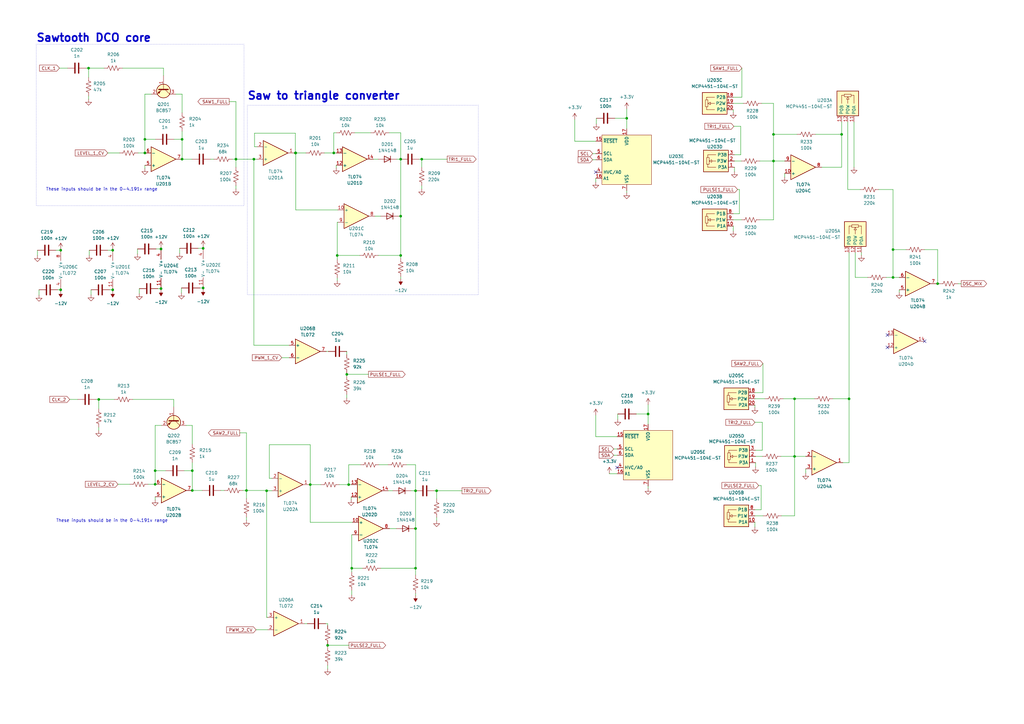
<source format=kicad_sch>
(kicad_sch (version 20230121) (generator eeschema)
  (paper "A3")
  (junction (at 96.774 65.278))
  (junction (at 40.513 163.83))
  (junction (at 384.556 116.332))
  (junction (at 170.434 216.789))
  (junction (at 78.867 201.168))
  (junction (at 59.436 62.738))
  (junction (at 134.366 264.668))
  (junction (at 74.676 65.278))
  (junction (at 78.867 193.04))
  (junction (at 265.811 169.799))
  (junction (at 83.312 118.11))
  (junction (at 66.04 118.364))
  (junction (at 46.228 102.616))
  (junction (at 63.627 193.04))
  (junction (at 36.322 27.94))
  (junction (at 109.347 201.295))
  (junction (at 164.338 88.646))
  (junction (at 83.312 101.854))
  (junction (at 136.906 62.738))
  (junction (at 170.434 233.045))
  (junction (at 325.882 163.576))
  (junction (at 101.092 201.168))
  (junction (at 24.892 102.616))
  (junction (at 121.158 62.738))
  (junction (at 63.627 198.628))
  (junction (at 257.048 48.514))
  (junction (at 46.228 118.872))
  (junction (at 170.434 201.295))
  (junction (at 143.002 198.755))
  (junction (at 104.14 65.278))
  (junction (at 345.186 55.118))
  (junction (at 138.303 104.775))
  (junction (at 127.254 198.755))
  (junction (at 366.268 113.792))
  (junction (at 172.974 65.278))
  (junction (at 317.246 55.118))
  (junction (at 164.338 65.278))
  (junction (at 59.436 57.15))
  (junction (at 317.246 66.04))
  (junction (at 366.268 102.362))
  (junction (at 24.892 118.872))
  (junction (at 74.676 57.15))
  (junction (at 66.04 102.108))
  (junction (at 179.07 201.295))
  (junction (at 142.24 153.543))
  (junction (at 121.285 62.738))
  (junction (at 348.234 163.576))
  (junction (at 164.338 104.775))
  (junction (at 325.882 187.198))
  (junction (at 144.272 233.045))
  (no_connect (at 363.982 137.414))
  (no_connect (at 253.111 191.77))
  (no_connect (at 379.222 139.954))
  (no_connect (at 363.982 142.494))
  (no_connect (at 244.348 70.612))
  (wire (pts (xy 105.41 60.198) (xy 104.394 60.198)))
  (wire (pts (xy 121.285 62.738) (xy 121.158 62.738)))
  (wire (pts (xy 134.366 272.923) (xy 134.366 274.32)))
  (wire (pts (xy 172.974 76.2) (xy 172.974 77.47)))
  (wire (pts (xy 101.092 201.168) (xy 101.092 204.47)))
  (wire (pts (xy 179.07 201.295) (xy 189.484 201.295)))
  (wire (pts (xy 172.974 65.278) (xy 183.388 65.278)))
  (wire (pts (xy 133.858 144.145) (xy 134.62 144.145)))
  (wire (pts (xy 347.726 77.724) (xy 347.726 50.038)))
  (wire (pts (xy 63.754 57.15) (xy 59.436 57.15)))
  (wire (pts (xy 300.736 92.71) (xy 300.736 94.742)))
  (wire (pts (xy 244.602 48.514) (xy 244.602 50.8)))
  (wire (pts (xy 143.002 198.755) (xy 144.018 198.755)))
  (wire (pts (xy 321.31 163.576) (xy 325.882 163.576)))
  (wire (pts (xy 392.938 116.332) (xy 394.208 116.332)))
  (wire (pts (xy 44.196 62.738) (xy 49.022 62.738)))
  (wire (pts (xy 312.674 173.228) (xy 312.674 184.658)))
  (wire (pts (xy 257.048 78.232) (xy 257.048 78.994)))
  (wire (pts (xy 67.945 193.04) (xy 63.627 193.04)))
  (wire (pts (xy 110.49 182.372) (xy 110.49 196.215)))
  (wire (pts (xy 37.338 118.872) (xy 37.338 120.904)))
  (wire (pts (xy 142.24 161.925) (xy 142.24 163.195)))
  (wire (pts (xy 170.434 233.045) (xy 170.561 233.045)))
  (wire (pts (xy 147.828 190.627) (xy 143.002 190.627)))
  (wire (pts (xy 136.906 62.738) (xy 137.922 62.738)))
  (wire (pts (xy 71.247 163.83) (xy 71.247 166.878)))
  (wire (pts (xy 83.312 118.11) (xy 83.312 118.618)))
  (wire (pts (xy 82.042 118.11) (xy 83.312 118.11)))
  (wire (pts (xy 109.347 201.295) (xy 111.506 201.295)))
  (wire (pts (xy 352.806 77.724) (xy 347.726 77.724)))
  (wire (pts (xy 320.548 211.582) (xy 325.882 211.582)))
  (wire (pts (xy 22.987 102.616) (xy 24.892 102.616)))
  (wire (pts (xy 127.254 198.755) (xy 131.572 198.755)))
  (wire (pts (xy 249.936 194.183) (xy 249.936 194.31)))
  (wire (pts (xy 379.222 102.362) (xy 384.556 102.362)))
  (wire (pts (xy 101.092 177.546) (xy 101.092 201.168)))
  (wire (pts (xy 138.303 104.775) (xy 138.303 106.426)))
  (wire (pts (xy 334.518 55.118) (xy 345.186 55.118)))
  (wire (pts (xy 159.639 54.483) (xy 164.338 54.483)))
  (wire (pts (xy 78.867 201.168) (xy 82.931 201.168)))
  (wire (pts (xy 74.676 57.15) (xy 74.676 65.278)))
  (wire (pts (xy 40.513 175.26) (xy 40.513 176.53)))
  (wire (pts (xy 309.88 189.738) (xy 309.88 191.516)))
  (wire (pts (xy 86.36 65.278) (xy 87.63 65.278)))
  (wire (pts (xy 60.833 198.628) (xy 63.627 198.628)))
  (wire (pts (xy 311.658 90.17) (xy 317.246 90.17)))
  (wire (pts (xy 133.604 255.778) (xy 134.366 255.778)))
  (wire (pts (xy 76.327 174.498) (xy 78.867 174.498)))
  (wire (pts (xy 81.28 101.854) (xy 83.312 101.854)))
  (wire (pts (xy 15.367 102.616) (xy 15.367 104.775)))
  (wire (pts (xy 36.322 27.94) (xy 42.672 27.94)))
  (wire (pts (xy 164.338 113.538) (xy 164.338 114.3)))
  (wire (pts (xy 309.626 211.582) (xy 312.928 211.582)))
  (wire (pts (xy 309.626 166.116) (xy 309.626 167.132)))
  (wire (pts (xy 57.15 118.364) (xy 57.15 120.396)))
  (wire (pts (xy 311.15 199.136) (xy 312.166 199.136)))
  (wire (pts (xy 46.228 102.108) (xy 46.228 102.616)))
  (wire (pts (xy 301.244 68.58) (xy 301.244 70.358)))
  (wire (pts (xy 142.24 144.145) (xy 142.24 145.415)))
  (wire (pts (xy 96.774 65.278) (xy 104.14 65.278)))
  (wire (pts (xy 345.186 55.118) (xy 345.186 50.038)))
  (wire (pts (xy 153.162 65.278) (xy 155.067 65.278)))
  (wire (pts (xy 321.818 66.04) (xy 317.246 66.04)))
  (wire (pts (xy 153.797 88.646) (xy 156.083 88.646)))
  (wire (pts (xy 99.568 201.168) (xy 101.092 201.168)))
  (wire (pts (xy 121.158 54.61) (xy 121.158 62.738)))
  (wire (pts (xy 59.436 67.818) (xy 59.436 69.088)))
  (wire (pts (xy 302.514 77.724) (xy 303.276 77.724)))
  (wire (pts (xy 252.222 48.514) (xy 257.048 48.514)))
  (wire (pts (xy 74.676 65.278) (xy 78.74 65.278)))
  (wire (pts (xy 243.078 65.532) (xy 244.348 65.532)))
  (wire (pts (xy 124.968 255.778) (xy 125.984 255.778)))
  (wire (pts (xy 59.436 38.608) (xy 59.436 57.15)))
  (wire (pts (xy 66.04 102.108) (xy 66.04 102.616)))
  (wire (pts (xy 95.25 65.278) (xy 96.774 65.278)))
  (wire (pts (xy 73.66 101.854) (xy 73.66 103.886)))
  (wire (pts (xy 138.303 104.775) (xy 138.303 91.186)))
  (wire (pts (xy 312.42 42.418) (xy 317.246 42.418)))
  (wire (pts (xy 384.556 102.362) (xy 384.556 116.332)))
  (wire (pts (xy 104.14 141.605) (xy 104.14 65.278)))
  (wire (pts (xy 46.228 118.364) (xy 46.228 118.872)))
  (wire (pts (xy 67.056 27.94) (xy 67.056 30.988)))
  (wire (pts (xy 170.561 216.789) (xy 170.561 233.045)))
  (wire (pts (xy 170.561 216.789) (xy 170.434 216.789)))
  (wire (pts (xy 56.388 102.108) (xy 56.388 104.14)))
  (wire (pts (xy 40.513 167.64) (xy 40.513 163.83)))
  (wire (pts (xy 317.246 55.118) (xy 317.246 66.04)))
  (wire (pts (xy 321.818 71.12) (xy 321.818 72.644)))
  (wire (pts (xy 101.092 201.168) (xy 109.347 201.168)))
  (wire (pts (xy 159.258 201.295) (xy 161.036 201.295)))
  (wire (pts (xy 300.736 90.17) (xy 304.038 90.17)))
  (wire (pts (xy 56.642 62.738) (xy 59.436 62.738)))
  (wire (pts (xy 127.254 198.755) (xy 126.746 198.755)))
  (wire (pts (xy 101.092 212.09) (xy 101.092 213.36)))
  (wire (pts (xy 172.974 65.278) (xy 172.974 68.58)))
  (wire (pts (xy 144.272 219.329) (xy 144.526 219.329)))
  (wire (pts (xy 300.736 42.418) (xy 304.8 42.418)))
  (wire (pts (xy 162.687 65.278) (xy 164.338 65.278)))
  (wire (pts (xy 309.626 173.228) (xy 312.674 173.228)))
  (wire (pts (xy 93.98 41.656) (xy 96.774 41.656)))
  (wire (pts (xy 303.784 63.5) (xy 301.244 63.5)))
  (wire (pts (xy 265.811 199.39) (xy 265.811 200.279)))
  (wire (pts (xy 300.736 39.878) (xy 304.292 39.878)))
  (wire (pts (xy 138.303 104.775) (xy 147.574 104.775)))
  (wire (pts (xy 24.892 118.364) (xy 24.892 118.872)))
  (wire (pts (xy 109.347 253.238) (xy 109.728 253.238)))
  (wire (pts (xy 137.922 67.818) (xy 137.922 68.834)))
  (wire (pts (xy 384.556 116.332) (xy 385.318 116.332)))
  (wire (pts (xy 366.268 77.724) (xy 366.268 102.362)))
  (wire (pts (xy 40.513 163.83) (xy 39.497 163.83)))
  (wire (pts (xy 366.268 113.792) (xy 368.808 113.792)))
  (wire (pts (xy 139.192 198.755) (xy 143.002 198.755)))
  (wire (pts (xy 63.627 203.708) (xy 63.627 204.978)))
  (wire (pts (xy 137.922 54.483) (xy 136.906 54.483)))
  (wire (pts (xy 253.365 169.799) (xy 253.365 171.958)))
  (wire (pts (xy 78.867 189.738) (xy 78.867 193.04)))
  (wire (pts (xy 136.906 54.483) (xy 136.906 62.738)))
  (wire (pts (xy 170.434 243.459) (xy 170.434 244.221)))
  (wire (pts (xy 330.454 187.198) (xy 325.882 187.198)))
  (wire (pts (xy 300.736 44.958) (xy 300.736 45.974)))
  (wire (pts (xy 317.246 42.418) (xy 317.246 55.118)))
  (wire (pts (xy 303.276 77.724) (xy 303.276 87.63)))
  (wire (pts (xy 235.712 57.912) (xy 244.348 57.912)))
  (wire (pts (xy 134.366 264.668) (xy 143.129 264.668)))
  (wire (pts (xy 330.454 192.278) (xy 330.454 194.056)))
  (wire (pts (xy 325.882 187.198) (xy 320.294 187.198)))
  (wire (pts (xy 164.338 65.278) (xy 164.338 88.646)))
  (wire (pts (xy 72.136 38.608) (xy 74.676 38.608)))
  (wire (pts (xy 312.166 199.136) (xy 312.166 209.042)))
  (wire (pts (xy 170.434 233.045) (xy 170.434 235.839)))
  (wire (pts (xy 64.77 118.364) (xy 66.04 118.364)))
  (wire (pts (xy 121.158 62.738) (xy 120.65 62.738)))
  (wire (pts (xy 163.703 88.646) (xy 164.338 88.646)))
  (wire (pts (xy 83.312 101.346) (xy 83.312 101.854)))
  (wire (pts (xy 75.565 193.04) (xy 78.867 193.04)))
  (wire (pts (xy 257.048 44.704) (xy 257.048 48.514)))
  (wire (pts (xy 317.246 90.17) (xy 317.246 66.04)))
  (wire (pts (xy 121.285 86.106) (xy 138.557 86.106)))
  (wire (pts (xy 309.626 214.122) (xy 309.626 216.154)))
  (wire (pts (xy 337.058 68.58) (xy 345.186 68.58)))
  (wire (pts (xy 353.314 103.632) (xy 353.314 104.648)))
  (wire (pts (xy 78.867 193.04) (xy 78.867 201.168)))
  (wire (pts (xy 115.57 146.685) (xy 118.618 146.685)))
  (wire (pts (xy 134.366 264.16) (xy 134.366 264.668)))
  (wire (pts (xy 251.714 186.69) (xy 253.111 186.69)))
  (wire (pts (xy 96.774 65.278) (xy 96.774 68.58)))
  (wire (pts (xy 312.674 184.658) (xy 309.88 184.658)))
  (wire (pts (xy 317.246 55.118) (xy 326.898 55.118)))
  (wire (pts (xy 48.387 198.628) (xy 53.213 198.628)))
  (wire (pts (xy 368.808 118.872) (xy 368.808 119.888)))
  (wire (pts (xy 46.228 102.616) (xy 46.228 103.124)))
  (wire (pts (xy 312.928 149.098) (xy 312.928 161.036)))
  (wire (pts (xy 83.312 101.854) (xy 83.312 102.362)))
  (wire (pts (xy 36.322 31.75) (xy 36.322 27.94)))
  (wire (pts (xy 64.008 102.108) (xy 66.04 102.108)))
  (wire (pts (xy 23.622 118.872) (xy 24.892 118.872)))
  (wire (pts (xy 309.88 187.198) (xy 312.674 187.198)))
  (wire (pts (xy 164.338 54.483) (xy 164.338 65.278)))
  (wire (pts (xy 44.196 102.616) (xy 46.228 102.616)))
  (wire (pts (xy 363.474 113.792) (xy 366.268 113.792)))
  (wire (pts (xy 341.63 163.576) (xy 348.234 163.576)))
  (wire (pts (xy 96.774 76.2) (xy 96.774 77.47)))
  (wire (pts (xy 303.276 87.63) (xy 300.736 87.63)))
  (wire (pts (xy 348.234 103.632) (xy 348.234 163.576)))
  (wire (pts (xy 243.078 62.992) (xy 244.348 62.992)))
  (wire (pts (xy 143.002 190.627) (xy 143.002 198.755)))
  (wire (pts (xy 98.298 177.546) (xy 101.092 177.546)))
  (wire (pts (xy 345.694 189.738) (xy 348.234 189.738)))
  (wire (pts (xy 109.347 201.168) (xy 109.347 201.295)))
  (wire (pts (xy 40.513 163.83) (xy 46.863 163.83)))
  (wire (pts (xy 355.854 113.792) (xy 350.774 113.792)))
  (wire (pts (xy 244.348 170.307) (xy 244.348 179.07)))
  (wire (pts (xy 24.384 27.94) (xy 27.686 27.94)))
  (wire (pts (xy 366.268 102.362) (xy 366.268 113.792)))
  (wire (pts (xy 138.303 91.186) (xy 138.557 91.186)))
  (wire (pts (xy 265.811 169.799) (xy 265.811 173.99)))
  (wire (pts (xy 74.422 118.11) (xy 74.422 120.142)))
  (wire (pts (xy 83.312 117.602) (xy 83.312 118.11)))
  (wire (pts (xy 127.254 214.249) (xy 144.526 214.249)))
  (wire (pts (xy 145.542 54.483) (xy 152.019 54.483)))
  (wire (pts (xy 156.21 233.045) (xy 170.434 233.045)))
  (wire (pts (xy 111.506 196.215) (xy 110.49 196.215)))
  (wire (pts (xy 134.366 255.778) (xy 134.366 256.54)))
  (wire (pts (xy 24.892 118.872) (xy 24.892 119.38)))
  (wire (pts (xy 28.575 163.83) (xy 31.877 163.83)))
  (wire (pts (xy 142.24 153.035) (xy 142.24 153.543)))
  (wire (pts (xy 265.811 165.989) (xy 265.811 169.799)))
  (wire (pts (xy 121.285 62.738) (xy 125.476 62.738)))
  (wire (pts (xy 61.976 38.608) (xy 59.436 38.608)))
  (wire (pts (xy 300.99 51.816) (xy 303.784 51.816)))
  (wire (pts (xy 325.882 211.582) (xy 325.882 187.198)))
  (wire (pts (xy 309.626 163.576) (xy 313.69 163.576)))
  (wire (pts (xy 142.24 153.543) (xy 151.13 153.543)))
  (wire (pts (xy 74.676 38.608) (xy 74.676 46.228)))
  (wire (pts (xy 66.04 101.6) (xy 66.04 102.108)))
  (wire (pts (xy 168.656 201.295) (xy 170.434 201.295)))
  (wire (pts (xy 317.246 66.04) (xy 311.658 66.04)))
  (wire (pts (xy 244.348 179.07) (xy 253.111 179.07)))
  (wire (pts (xy 50.292 27.94) (xy 67.056 27.94)))
  (wire (pts (xy 24.892 102.235) (xy 24.892 102.616)))
  (wire (pts (xy 334.01 163.576) (xy 325.882 163.576)))
  (wire (pts (xy 90.551 201.168) (xy 91.948 201.168)))
  (wire (pts (xy 164.338 88.646) (xy 164.338 104.775)))
  (wire (pts (xy 63.627 174.498) (xy 63.627 193.04)))
  (wire (pts (xy 36.576 102.616) (xy 36.576 104.648)))
  (wire (pts (xy 170.434 190.627) (xy 170.434 201.295)))
  (wire (pts (xy 309.626 161.036) (xy 312.928 161.036)))
  (wire (pts (xy 179.07 201.295) (xy 179.07 204.597)))
  (wire (pts (xy 104.14 65.278) (xy 105.41 65.278)))
  (wire (pts (xy 78.867 174.498) (xy 78.867 182.118)))
  (wire (pts (xy 46.228 118.872) (xy 46.228 119.38)))
  (wire (pts (xy 66.04 117.856) (xy 66.04 118.364)))
  (wire (pts (xy 54.483 163.83) (xy 71.247 163.83)))
  (wire (pts (xy 301.244 66.04) (xy 304.038 66.04)))
  (wire (pts (xy 134.366 264.668) (xy 134.366 265.303)))
  (wire (pts (xy 235.712 49.022) (xy 235.712 57.912)))
  (wire (pts (xy 350.774 113.792) (xy 350.774 103.632)))
  (wire (pts (xy 59.436 57.15) (xy 59.436 62.738)))
  (wire (pts (xy 127.254 214.249) (xy 127.254 198.755)))
  (wire (pts (xy 257.048 48.514) (xy 257.048 52.832)))
  (wire (pts (xy 109.347 201.295) (xy 109.347 253.238)))
  (wire (pts (xy 251.714 184.15) (xy 253.111 184.15)))
  (wire (pts (xy 36.322 27.94) (xy 35.306 27.94)))
  (wire (pts (xy 66.167 174.498) (xy 63.627 174.498)))
  (wire (pts (xy 350.266 50.038) (xy 350.266 68.58)))
  (wire (pts (xy 144.272 233.045) (xy 148.59 233.045)))
  (wire (pts (xy 96.774 41.656) (xy 96.774 65.278)))
  (wire (pts (xy 74.676 53.848) (xy 74.676 57.15)))
  (wire (pts (xy 110.49 182.372) (xy 127.254 182.372)))
  (wire (pts (xy 325.882 163.576) (xy 325.882 187.198)))
  (wire (pts (xy 384.556 116.332) (xy 384.048 116.332)))
  (wire (pts (xy 170.434 216.789) (xy 170.18 216.789)))
  (wire (pts (xy 133.096 62.738) (xy 136.906 62.738)))
  (wire (pts (xy 104.394 60.198) (xy 104.394 54.61)))
  (wire (pts (xy 105.029 258.318) (xy 109.728 258.318)))
  (wire (pts (xy 16.002 118.872) (xy 16.002 121.031)))
  (wire (pts (xy 155.194 104.775) (xy 164.338 104.775)))
  (wire (pts (xy 127.254 182.372) (xy 127.254 198.755)))
  (wire (pts (xy 24.892 102.616) (xy 24.892 103.124)))
  (wire (pts (xy 348.234 163.576) (xy 348.234 189.738)))
  (wire (pts (xy 179.07 212.217) (xy 179.07 213.487)))
  (wire (pts (xy 144.018 203.835) (xy 144.018 204.851)))
  (wire (pts (xy 260.985 169.799) (xy 265.811 169.799)))
  (wire (pts (xy 166.751 190.627) (xy 170.434 190.627)))
  (wire (pts (xy 371.602 102.362) (xy 366.268 102.362)))
  (wire (pts (xy 71.374 57.15) (xy 74.676 57.15)))
  (wire (pts (xy 159.766 216.789) (xy 162.56 216.789)))
  (wire (pts (xy 142.24 153.543) (xy 142.24 154.305)))
  (wire (pts (xy 144.272 242.189) (xy 144.272 243.967)))
  (wire (pts (xy 63.627 193.04) (xy 63.627 198.628)))
  (wire (pts (xy 36.322 39.37) (xy 36.322 40.64)))
  (wire (pts (xy 144.272 233.045) (xy 144.272 219.329)))
  (wire (pts (xy 121.285 86.106) (xy 121.285 62.738)))
  (wire (pts (xy 104.394 54.61) (xy 121.158 54.61)))
  (wire (pts (xy 360.426 77.724) (xy 366.268 77.724)))
  (wire (pts (xy 171.958 65.278) (xy 172.974 65.278)))
  (wire (pts (xy 178.054 201.295) (xy 179.07 201.295)))
  (wire (pts (xy 244.348 73.152) (xy 244.348 74.676)))
  (wire (pts (xy 138.303 114.046) (xy 138.303 115.062)))
  (wire (pts (xy 66.04 118.364) (xy 66.04 118.872)))
  (wire (pts (xy 104.14 141.605) (xy 118.618 141.605)))
  (wire (pts (xy 164.338 104.775) (xy 164.338 105.918)))
  (wire (pts (xy 312.166 209.042) (xy 309.626 209.042)))
  (wire (pts (xy 144.272 234.569) (xy 144.272 233.045)))
  (wire (pts (xy 345.186 68.58) (xy 345.186 55.118)))
  (wire (pts (xy 44.958 118.872) (xy 46.228 118.872)))
  (wire (pts (xy 170.434 201.295) (xy 170.434 216.789)))
  (wire (pts (xy 249.936 194.31) (xy 253.111 194.31)))
  (wire (pts (xy 304.292 27.94) (xy 304.292 39.878)))
  (wire (pts (xy 303.784 51.816) (xy 303.784 63.5)))
  (wire (pts (xy 155.448 190.627) (xy 159.131 190.627)))
  (rectangle (start 101.473 43.18) (end 196.215 120.904) (stroke (width 0) (type dot)))
  (rectangle (start 14.859 18.161) (end 100.076 84.328) (stroke (width 0) (type dot)))
  (text "These inputs should be in the 0-4.191v range" (at 22.987 214.376 0) (effects (font (size 1.27 1.27)) (justify left bottom)))
  (text "Sawtooth DCO core" (at 14.732 17.526 0) (effects (font (size 3.2 3.2) (thickness 0.64) bold) (justify left bottom)))
  (text "These inputs should be in the 0-4.191v range" (at 18.796 78.486 0) (effects (font (size 1.27 1.27)) (justify left bottom)))
  (text "Saw to triangle converter" (at 101.346 41.275 0) (effects (font (size 3.2 3.2) (thickness 0.64) bold) (justify left bottom)))
  (global_label "TRI2_FULL" (shape input) (at 309.626 173.228 180) (property "Intersheetrefs" "${INTERSHEET_REFS}" (effects hide)))
  (global_label "LEVEL_2_CV" (shape input) (at 48.387 198.628 180) (property "Intersheetrefs" "${INTERSHEET_REFS}" (effects hide)))
  (global_label "SAW2_FULL" (shape input) (at 312.928 149.098 180) (property "Intersheetrefs" "${INTERSHEET_REFS}" (effects hide)))
  (global_label "SAW1_FULL" (shape input) (at 304.292 27.94 180) (property "Intersheetrefs" "${INTERSHEET_REFS}" (effects hide)))
  (global_label "LEVEL_1_CV" (shape input) (at 44.196 62.738 180) (property "Intersheetrefs" "${INTERSHEET_REFS}" (effects hide)))
  (global_label "SDA" (shape input) (at 243.078 65.532 180) (property "Intersheetrefs" "${INTERSHEET_REFS}" (effects hide)))
  (global_label "TRI1_FULL" (shape input) (at 300.99 51.816 180) (property "Intersheetrefs" "${INTERSHEET_REFS}" (effects hide)))
  (global_label "SCL" (shape input) (at 243.078 62.992 180) (property "Intersheetrefs" "${INTERSHEET_REFS}" (effects hide)))
  (global_label "TRI2_FULL" (shape output) (at 189.484 201.295 0) (property "Intersheetrefs" "${INTERSHEET_REFS}" (effects hide)))
  (global_label "CLK_1" (shape input) (at 24.384 27.94 180) (property "Intersheetrefs" "${INTERSHEET_REFS}" (effects hide)))
  (global_label "PULSE1_FULL" (shape input) (at 302.514 77.724 180) (property "Intersheetrefs" "${INTERSHEET_REFS}" (effects hide)))
  (global_label "SDA" (shape input) (at 251.714 186.69 180) (property "Intersheetrefs" "${INTERSHEET_REFS}" (effects hide)))
  (global_label "SAW2_FULL" (shape output) (at 98.298 177.546 180) (property "Intersheetrefs" "${INTERSHEET_REFS}" (effects hide)))
  (global_label "PWM_1_CV" (shape input) (at 115.57 146.685 180) (property "Intersheetrefs" "${INTERSHEET_REFS}" (effects hide)))
  (global_label "TRI1_FULL" (shape output) (at 183.388 65.278 0) (property "Intersheetrefs" "${INTERSHEET_REFS}" (effects hide)))
  (global_label "PULSE2_FULL" (shape input) (at 311.15 199.136 180) (property "Intersheetrefs" "${INTERSHEET_REFS}" (effects hide)))
  (global_label "PULSE2_FULL" (shape output) (at 143.129 264.668 0) (property "Intersheetrefs" "${INTERSHEET_REFS}" (effects hide)))
  (global_label "OSC_MIX" (shape output) (at 394.208 116.332 0) (property "Intersheetrefs" "${INTERSHEET_REFS}" (effects hide)))
  (global_label "SCL" (shape input) (at 251.714 184.15 180) (property "Intersheetrefs" "${INTERSHEET_REFS}" (effects hide)))
  (global_label "PWM_2_CV" (shape input) (at 105.029 258.318 180) (property "Intersheetrefs" "${INTERSHEET_REFS}" (effects hide)))
  (global_label "PULSE1_FULL" (shape output) (at 151.13 153.543 0) (property "Intersheetrefs" "${INTERSHEET_REFS}" (effects hide)))
  (global_label "SAW1_FULL" (shape output) (at 93.98 41.656 180) (property "Intersheetrefs" "${INTERSHEET_REFS}" (effects hide)))
  (global_label "CLK_2" (shape input) (at 28.575 163.83 180) (property "Intersheetrefs" "${INTERSHEET_REFS}" (effects hide)))
  (symbol (lib_id "Device:R_US") (at 389.128 116.332 90) (unit 1)
    (property "Reference" "R242" (at 389.128 119.38 90))
    (property "Value" "1k" (at 389.128 121.92 90))
    (property "Footprint" "PCM_Resistor_SMD_AKL:R_0805_2012Metric" (effects hide))
  )
  (symbol (lib_id "power:GND") (at 96.774 77.47 0) (unit 1)
    (property "Reference" "#PWR0206" (effects hide))
    (property "Value" "GND" (effects hide))
  )
  (symbol (lib_name "MCP4451-xxxx-ST_2") (lib_id "Potentiometer_Digital:MCP4451-xxxx-ST") (at 257.048 65.532 0) (unit 5)
    (property "Reference" "U203" (at 277.368 64.135 0))
    (property "Value" "MCP4451-104E-ST" (at 277.368 66.675 0))
    (property "Footprint" "Package_SO:TSSOP-20_4.4x6.5mm_P0.65mm" (effects hide))
    (property "Datasheet" "https://ww1.microchip.com/downloads/en/DeviceDoc/22267A_MCP4431.pdf" (effects hide))
  )
  (symbol (lib_id "Amplifier_Operational:TL074") (at 113.03 62.738 0) (mirror x) (unit 1)
    (property "Reference" "U201" (at 113.03 72.898 0))
    (property "Value" "TL074" (at 113.03 70.358 0))
    (property "Footprint" "Package_SO:SOIC-14_3.9x8.7mm_P1.27mm" (effects hide))
    (property "Datasheet" "http://www.ti.com/lit/ds/symlink/tl071.pdf" (effects hide))
  )
  (symbol (lib_id "PCM_4ms_Power-symbol:+12V") (at 83.312 101.346 0) (unit 1)
    (property "Reference" "#PWR0220" (effects hide))
    (property "Value" "+12V" (at 83.312 96.901 0))
  )
  (symbol (lib_id "Device:C") (at 19.812 118.872 90) (unit 1)
    (property "Reference" "C220" (at 19.812 111.379 90))
    (property "Value" "100n" (at 19.812 113.919 90))
    (property "Footprint" "Capacitor_SMD:C_0805_2012Metric" (effects hide))
  )
  (symbol (lib_id "Diode:1N4148") (at 159.893 88.646 180) (unit 1)
    (property "Reference" "D202" (at 159.893 82.55 0))
    (property "Value" "1N4148" (at 159.893 85.09 0))
    (property "Footprint" "Diode_SMD:D_0805_2012Metric" (effects hide))
    (property "Datasheet" "https://assets.nexperia.com/documents/data-sheet/1N4148_1N4448.pdf" (effects hide))
    (property "Sim.Device" "D" (effects hide))
    (property "Sim.Pins" "1=K 2=A" (effects hide))
  )
  (symbol (lib_id "power:GND") (at 257.048 78.994 0) (unit 1)
    (property "Reference" "#PWR0235" (effects hide))
    (property "Value" "GND" (effects hide))
  )
  (symbol (lib_id "power:GND") (at 330.454 194.056 0) (unit 1)
    (property "Reference" "#PWR0246" (effects hide))
    (property "Value" "GND" (effects hide))
  )
  (symbol (lib_id "Device:R_US") (at 151.638 190.627 90) (unit 1)
    (property "Reference" "R218" (at 151.638 185.039 90))
    (property "Value" "10k" (at 151.638 187.579 90))
    (property "Footprint" "PCM_Resistor_SMD_AKL:R_0805_2012Metric" (effects hide))
  )
  (symbol (lib_id "Device:R_US") (at 152.4 233.045 90) (unit 1)
    (property "Reference" "R222" (at 152.4 227.711 90))
    (property "Value" "10k" (at 152.4 230.251 90))
    (property "Footprint" "PCM_Resistor_SMD_AKL:R_0805_2012Metric" (effects hide))
  )
  (symbol (lib_id "power:GND") (at 63.627 204.978 0) (unit 1)
    (property "Reference" "#PWR0212" (effects hide))
    (property "Value" "GND" (effects hide))
  )
  (symbol (lib_id "PCM_4ms_Power-symbol:+12V") (at 66.04 101.6 0) (unit 1)
    (property "Reference" "#PWR0225" (effects hide))
    (property "Value" "+12V" (at 66.04 97.155 0))
  )
  (symbol (lib_id "Device:R_US") (at 307.848 90.17 90) (unit 1)
    (property "Reference" "R230" (at 307.848 93.218 90))
    (property "Value" "100k" (at 307.848 95.758 90))
    (property "Footprint" "PCM_Resistor_SMD_AKL:R_0805_2012Metric" (effects hide))
  )
  (symbol (lib_id "Device:R_US") (at 138.303 110.236 180) (unit 1)
    (property "Reference" "R211" (at 140.589 108.966 0) (effects (justify right)))
    (property "Value" "10k" (at 140.589 111.506 0) (effects (justify right)))
    (property "Footprint" "PCM_Resistor_SMD_AKL:R_0805_2012Metric" (effects hide))
  )
  (symbol (lib_id "Potentiometer_Digital:MCP4451-xxxx-ST") (at 302.006 163.576 0) (mirror y) (unit 3)
    (property "Reference" "U205" (at 302.006 154.051 0))
    (property "Value" "MCP4451-104E-ST" (at 302.006 156.591 0))
    (property "Footprint" "Package_SO:TSSOP-20_4.4x6.5mm_P0.65mm" (effects hide))
    (property "Datasheet" "https://ww1.microchip.com/downloads/en/DeviceDoc/22267A_MCP4431.pdf" (effects hide))
  )
  (symbol (lib_id "power:GND") (at 179.07 213.487 0) (unit 1)
    (property "Reference" "#PWR0216" (effects hide))
    (property "Value" "GND" (effects hide))
  )
  (symbol (lib_id "power:GND") (at 73.66 103.886 0) (unit 1)
    (property "Reference" "#PWR0218" (effects hide))
    (property "Value" "GND" (effects hide))
  )
  (symbol (lib_id "Device:R_US") (at 375.412 102.362 90) (unit 1)
    (property "Reference" "R241" (at 375.412 105.41 90))
    (property "Value" "100k" (at 375.412 107.95 90))
    (property "Footprint" "PCM_Resistor_SMD_AKL:R_0805_2012Metric" (effects hide))
  )
  (symbol (lib_id "power:GND") (at 144.018 204.851 0) (unit 1)
    (property "Reference" "#PWR0214" (effects hide))
    (property "Value" "GND" (effects hide))
  )
  (symbol (lib_id "Device:C") (at 138.43 144.145 90) (unit 1)
    (property "Reference" "C204" (at 138.43 136.906 90))
    (property "Value" "1u" (at 138.43 139.446 90))
    (property "Footprint" "Capacitor_SMD:C_0805_2012Metric" (effects hide))
  )
  (symbol (lib_id "Device:R_US") (at 179.07 208.407 0) (unit 1)
    (property "Reference" "R220" (at 181.61 207.137 0) (effects (justify left)))
    (property "Value" "220k" (at 181.61 209.677 0) (effects (justify left)))
    (property "Footprint" "PCM_Resistor_SMD_AKL:R_0805_2012Metric" (effects hide))
  )
  (symbol (lib_id "power:GND") (at 74.422 120.142 0) (unit 1)
    (property "Reference" "#PWR0219" (effects hide))
    (property "Value" "GND" (effects hide))
  )
  (symbol (lib_id "Device:C") (at 168.148 65.278 90) (unit 1)
    (property "Reference" "C205" (at 168.148 58.039 90))
    (property "Value" "1u" (at 168.148 60.579 90))
    (property "Footprint" "Capacitor_SMD:C_0805_2012Metric" (effects hide))
  )
  (symbol (lib_id "power:GND") (at 134.366 274.32 0) (unit 1)
    (property "Reference" "#PWR0227" (effects hide))
    (property "Value" "GND" (effects hide))
  )
  (symbol (lib_id "Device:C") (at 77.47 101.854 90) (unit 1)
    (property "Reference" "C212" (at 77.47 94.361 90))
    (property "Value" "100n" (at 77.47 96.901 90))
    (property "Footprint" "Capacitor_SMD:C_0805_2012Metric" (effects hide))
  )
  (symbol (lib_id "power:+3.3V") (at 244.348 170.307 0) (unit 1)
    (property "Reference" "#PWR0238" (effects hide))
    (property "Value" "+3.3V" (at 244.348 165.354 0))
  )
  (symbol (lib_id "power:-12V") (at 83.312 118.618 180) (unit 1)
    (property "Reference" "#PWR0253" (effects hide))
    (property "Value" "-12V" (at 83.312 123.698 0))
  )
  (symbol (lib_id "power:GND") (at 300.736 45.974 0) (unit 1)
    (property "Reference" "#PWR0221" (effects hide))
    (property "Value" "GND" (effects hide))
  )
  (symbol (lib_id "power:GND") (at 309.626 167.132 0) (unit 1)
    (property "Reference" "#PWR0243" (effects hide))
    (property "Value" "GND" (effects hide))
  )
  (symbol (lib_name "MCP4451-xxxx-ST_3") (lib_id "Potentiometer_Digital:MCP4451-xxxx-ST") (at 293.116 90.17 0) (mirror y) (unit 2)
    (property "Reference" "U203" (at 293.116 80.645 0))
    (property "Value" "MCP4451-104E-ST" (at 293.116 83.185 0))
    (property "Footprint" "Package_SO:TSSOP-20_4.4x6.5mm_P0.65mm" (effects hide))
    (property "Datasheet" "https://ww1.microchip.com/downloads/en/DeviceDoc/22267A_MCP4431.pdf" (effects hide))
  )
  (symbol (lib_id "power:GND") (at 300.736 94.742 0) (unit 1)
    (property "Reference" "#PWR0229" (effects hide))
    (property "Value" "GND" (effects hide))
  )
  (symbol (lib_id "power:-12V") (at 170.434 244.221 180) (unit 1)
    (property "Reference" "#PWR0215" (effects hide))
    (property "Value" "-12V" (at 170.434 249.047 0))
  )
  (symbol (lib_id "Device:R_US") (at 170.434 239.649 180) (unit 1)
    (property "Reference" "R219" (at 172.466 238.379 0) (effects (justify right)))
    (property "Value" "10k" (at 172.466 240.919 0) (effects (justify right)))
    (property "Footprint" "PCM_Resistor_SMD_AKL:R_0805_2012Metric" (effects hide))
  )
  (symbol (lib_id "Device:C") (at 40.386 102.616 90) (unit 1)
    (property "Reference" "C206" (at 40.386 95.123 90))
    (property "Value" "100n" (at 40.386 97.663 90))
    (property "Footprint" "Capacitor_SMD:C_0805_2012Metric" (effects hide))
  )
  (symbol (lib_id "power:GND") (at 321.818 72.644 0) (unit 1)
    (property "Reference" "#PWR0230" (effects hide))
    (property "Value" "GND" (effects hide))
  )
  (symbol (lib_id "power:GND") (at 309.88 191.516 0) (unit 1)
    (property "Reference" "#PWR0245" (effects hide))
    (property "Value" "GND" (effects hide))
  )
  (symbol (lib_id "power:GND") (at 253.365 171.958 0) (unit 1)
    (property "Reference" "#PWR0240" (effects hide))
    (property "Value" "GND" (effects hide))
  )
  (symbol (lib_id "power:GND") (at 144.272 243.967 0) (unit 1)
    (property "Reference" "#PWR0217" (effects hide))
    (property "Value" "GND" (effects hide))
  )
  (symbol (lib_id "Device:R_US") (at 172.974 72.39 0) (unit 1)
    (property "Reference" "R209" (at 175.514 71.12 0) (effects (justify left)))
    (property "Value" "220k" (at 175.514 73.66 0) (effects (justify left)))
    (property "Footprint" "PCM_Resistor_SMD_AKL:R_0805_2012Metric" (effects hide))
  )
  (symbol (lib_id "Device:R_US") (at 308.61 42.418 90) (unit 1)
    (property "Reference" "R228" (at 308.61 45.466 90))
    (property "Value" "100k" (at 308.61 48.006 90))
    (property "Footprint" "PCM_Resistor_SMD_AKL:R_0805_2012Metric" (effects hide))
  )
  (symbol (lib_id "Device:R_US") (at 155.829 54.483 90) (unit 1)
    (property "Reference" "R235" (at 155.829 48.895 90))
    (property "Value" "10k" (at 155.829 51.435 90))
    (property "Footprint" "PCM_Resistor_SMD_AKL:R_0805_2012Metric" (effects hide))
  )
  (symbol (lib_id "Amplifier_Operational:TL072") (at 126.238 144.145 0) (unit 2)
    (property "Reference" "U206" (at 126.238 134.747 0))
    (property "Value" "TL072" (at 126.238 137.287 0))
    (property "Footprint" "Package_SO:SOIC-8_3.9x4.9mm_P1.27mm" (effects hide))
    (property "Datasheet" "http://www.ti.com/lit/ds/symlink/tl071.pdf" (effects hide))
  )
  (symbol (lib_name "MCP4451-xxxx-ST_3") (lib_id "Potentiometer_Digital:MCP4451-xxxx-ST") (at 302.006 211.582 0) (mirror y) (unit 2)
    (property "Reference" "U205" (at 302.006 202.057 0))
    (property "Value" "MCP4451-104E-ST" (at 302.006 204.597 0))
    (property "Footprint" "Package_SO:TSSOP-20_4.4x6.5mm_P0.65mm" (effects hide))
    (property "Datasheet" "https://ww1.microchip.com/downloads/en/DeviceDoc/22267A_MCP4431.pdf" (effects hide))
  )
  (symbol (lib_id "power:-12V") (at 66.04 118.872 180) (unit 1)
    (property "Reference" "#PWR0226" (effects hide))
    (property "Value" "-12V" (at 66.04 123.952 0))
  )
  (symbol (lib_id "Amplifier_Operational:TL074") (at 67.056 65.278 0) (mirror x) (unit 2)
    (property "Reference" "U201" (at 67.056 75.438 0))
    (property "Value" "TL074" (at 67.056 72.898 0))
    (property "Footprint" "Package_SO:SOIC-14_3.9x8.7mm_P1.27mm" (effects hide))
    (property "Datasheet" "http://www.ti.com/lit/ds/symlink/tl071.pdf" (effects hide))
  )
  (symbol (lib_id "Device:C") (at 35.687 163.83 90) (unit 1)
    (property "Reference" "C208" (at 35.687 156.337 90))
    (property "Value" "1n" (at 35.687 158.877 90))
    (property "Footprint" "Capacitor_SMD:C_0805_2012Metric" (effects hide))
  )
  (symbol (lib_id "power:-12V") (at 24.892 119.38 180) (unit 1)
    (property "Reference" "#PWR0252" (effects hide))
    (property "Value" "-12V" (at 24.892 124.46 0))
  )
  (symbol (lib_id "Amplifier_Operational:TL074") (at 152.146 216.789 0) (unit 3)
    (property "Reference" "U202" (at 152.146 221.869 0))
    (property "Value" "TL074" (at 152.146 224.409 0))
    (property "Footprint" "Package_SO:SOIC-14_3.9x8.7mm_P1.27mm" (effects hide))
    (property "Datasheet" "http://www.ti.com/lit/ds/symlink/tl071.pdf" (effects hide))
  )
  (symbol (lib_id "power:GND") (at 172.974 77.47 0) (unit 1)
    (property "Reference" "#PWR0208" (effects hide))
    (property "Value" "GND" (effects hide))
  )
  (symbol (lib_id "Device:C") (at 60.96 118.364 90) (unit 1)
    (property "Reference" "C216" (at 60.96 110.871 90))
    (property "Value" "100n" (at 60.96 113.411 90))
    (property "Footprint" "Capacitor_SMD:C_0805_2012Metric" (effects hide))
  )
  (symbol (lib_id "Device:C") (at 82.55 65.278 90) (unit 1)
    (property "Reference" "C203" (at 82.55 58.039 90))
    (property "Value" "1u" (at 82.55 60.579 90))
    (property "Footprint" "Capacitor_SMD:C_0805_2012Metric" (effects hide))
  )
  (symbol (lib_id "Amplifier_Operational:TL074") (at 146.177 88.646 0) (unit 3)
    (property "Reference" "U201" (at 146.177 93.726 0))
    (property "Value" "TL074" (at 146.177 96.266 0))
    (property "Footprint" "Package_SO:SOIC-14_3.9x8.7mm_P1.27mm" (effects hide))
    (property "Datasheet" "http://www.ti.com/lit/ds/symlink/tl071.pdf" (effects hide))
  )
  (symbol (lib_id "Device:C") (at 86.741 201.168 90) (unit 1)
    (property "Reference" "C210" (at 86.741 193.929 90))
    (property "Value" "1u" (at 86.741 196.469 90))
    (property "Footprint" "Capacitor_SMD:C_0805_2012Metric" (effects hide))
  )
  (symbol (lib_id "Device:R_US") (at 307.848 66.04 90) (unit 1)
    (property "Reference" "R229" (at 307.848 69.088 90))
    (property "Value" "100k" (at 307.848 71.628 90))
    (property "Footprint" "PCM_Resistor_SMD_AKL:R_0805_2012Metric" (effects hide))
  )
  (symbol (lib_id "Device:C") (at 257.175 169.799 90) (unit 1)
    (property "Reference" "C218" (at 257.175 162.306 90))
    (property "Value" "100n" (at 257.175 164.846 90))
    (property "Footprint" "Capacitor_SMD:C_0805_2012Metric" (effects hide))
  )
  (symbol (lib_id "Diode:1N4148") (at 158.877 65.278 180) (unit 1)
    (property "Reference" "D201" (at 158.877 59.182 0))
    (property "Value" "1N4148" (at 158.877 61.722 0))
    (property "Footprint" "Diode_SMD:D_0805_2012Metric" (effects hide))
    (property "Datasheet" "https://assets.nexperia.com/documents/data-sheet/1N4148_1N4448.pdf" (effects hide))
    (property "Sim.Device" "D" (effects hide))
    (property "Sim.Pins" "1=K 2=A" (effects hide))
  )
  (symbol (lib_id "Amplifier_Operational:TL074") (at 151.638 201.295 0) (mirror x) (unit 4)
    (property "Reference" "U202" (at 151.638 211.074 0))
    (property "Value" "TL074" (at 151.638 208.534 0))
    (property "Footprint" "Package_SO:SOIC-14_3.9x8.7mm_P1.27mm" (effects hide))
    (property "Datasheet" "http://www.ti.com/lit/ds/symlink/tl071.pdf" (effects hide))
  )
  (symbol (lib_id "Amplifier_Operational:TL072") (at 27.432 110.744 0) (unit 3)
    (property "Reference" "U206" (at 25.527 109.474 0) (effects (justify left)))
    (property "Value" "TL072" (at 25.527 112.014 0) (effects (justify left)))
    (property "Footprint" "Package_SO:SOIC-8_3.9x4.9mm_P1.27mm" (effects hide))
    (property "Datasheet" "http://www.ti.com/lit/ds/symlink/tl071.pdf" (effects hide))
  )
  (symbol (lib_id "power:GND") (at 353.314 104.648 0) (unit 1)
    (property "Reference" "#PWR0247" (effects hide))
    (property "Value" "GND" (effects hide))
  )
  (symbol (lib_id "Device:R_US") (at 142.24 149.225 0) (unit 1)
    (property "Reference" "R225" (at 144.78 147.955 0) (effects (justify left)))
    (property "Value" "92k" (at 144.78 150.495 0) (effects (justify left)))
    (property "Footprint" "PCM_Resistor_SMD_AKL:R_0805_2012Metric" (effects hide))
  )
  (symbol (lib_id "Potentiometer_Digital:MCP4451-xxxx-ST") (at 293.116 42.418 0) (mirror y) (unit 3)
    (property "Reference" "U203" (at 293.116 32.893 0))
    (property "Value" "MCP4451-104E-ST" (at 293.116 35.433 0))
    (property "Footprint" "Package_SO:TSSOP-20_4.4x6.5mm_P0.65mm" (effects hide))
    (property "Datasheet" "https://ww1.microchip.com/downloads/en/DeviceDoc/22267A_MCP4431.pdf" (effects hide))
  )
  (symbol (lib_name "MCP4451-xxxx-ST_4") (lib_id "Potentiometer_Digital:MCP4451-xxxx-ST") (at 347.726 42.418 90) (unit 1)
    (property "Reference" "U203" (at 341.376 41.148 90) (effects (justify left)))
    (property "Value" "MCP4451-104E-ST" (at 341.376 43.688 90) (effects (justify left)))
    (property "Footprint" "Package_SO:TSSOP-20_4.4x6.5mm_P0.65mm" (effects hide))
    (property "Datasheet" "https://ww1.microchip.com/downloads/en/DeviceDoc/22267A_MCP4431.pdf" (effects hide))
  )
  (symbol (lib_id "Device:C") (at 19.177 102.616 90) (unit 1)
    (property "Reference" "C219" (at 19.177 95.123 90))
    (property "Value" "100n" (at 19.177 97.663 90))
    (property "Footprint" "Capacitor_SMD:C_0805_2012Metric" (effects hide))
  )
  (symbol (lib_id "power:GND") (at 36.322 40.64 0) (unit 1)
    (property "Reference" "#PWR0205" (effects hide))
    (property "Value" "GND" (effects hide))
  )
  (symbol (lib_id "Device:R_US") (at 96.774 72.39 0) (unit 1)
    (property "Reference" "R207" (at 90.043 71.12 0) (effects (justify left)))
    (property "Value" "100k" (at 90.043 73.66 0) (effects (justify left)))
    (property "Footprint" "PCM_Resistor_SMD_AKL:R_0805_2012Metric" (effects hide))
  )
  (symbol (lib_id "Device:R_US") (at 316.484 187.198 90) (unit 1)
    (property "Reference" "R237" (at 316.484 190.246 90))
    (property "Value" "100k" (at 316.484 192.786 90))
    (property "Footprint" "PCM_Resistor_SMD_AKL:R_0805_2012Metric" (effects hide))
  )
  (symbol (lib_id "power:+3.3V") (at 265.811 165.989 0) (unit 1)
    (property "Reference" "#PWR0241" (effects hide))
    (property "Value" "+3.3V" (at 265.811 161.036 0))
  )
  (symbol (lib_id "Amplifier_Operational:TL074") (at 68.58 110.236 0) (unit 5)
    (property "Reference" "U204" (at 67.056 108.966 0) (effects (justify left)))
    (property "Value" "TL074" (at 67.056 111.506 0) (effects (justify left)))
    (property "Footprint" "Package_SO:SOIC-14_3.9x8.7mm_P1.27mm" (effects hide))
    (property "Datasheet" "http://www.ti.com/lit/ds/symlink/tl071.pdf" (effects hide))
  )
  (symbol (lib_id "Device:R_US") (at 144.272 238.379 180) (unit 1)
    (property "Reference" "R221" (at 146.558 237.109 0) (effects (justify right)))
    (property "Value" "10k" (at 146.558 239.649 0) (effects (justify right)))
    (property "Footprint" "PCM_Resistor_SMD_AKL:R_0805_2012Metric" (effects hide))
  )
  (symbol (lib_id "Amplifier_Operational:TL074") (at 85.852 109.982 0) (unit 5)
    (property "Reference" "U202" (at 84.328 108.712 0) (effects (justify left)))
    (property "Value" "TL074" (at 84.328 111.252 0) (effects (justify left)))
    (property "Footprint" "Package_SO:SOIC-14_3.9x8.7mm_P1.27mm" (effects hide))
    (property "Datasheet" "http://www.ti.com/lit/ds/symlink/tl071.pdf" (effects hide))
  )
  (symbol (lib_id "PCM_Transistor_BJT_AKL:BC857") (at 71.247 171.958 90) (mirror x) (unit 1)
    (property "Reference" "Q202" (at 71.247 178.689 90))
    (property "Value" "BC857" (at 71.247 181.229 90))
    (property "Footprint" "PCM_Package_TO_SOT_SMD_AKL:SOT-23" (effects hide))
    (property "Datasheet" "https://www.tme.eu/Document/c382caaa0cc481743f0c0197b727e2d1/BC856A.pdf" (effects hide))
  )
  (symbol (lib_id "Device:R_US") (at 316.738 211.582 90) (unit 1)
    (property "Reference" "R238" (at 316.738 214.63 90))
    (property "Value" "100k" (at 316.738 217.17 90))
    (property "Footprint" "PCM_Resistor_SMD_AKL:R_0805_2012Metric" (effects hide))
  )
  (symbol (lib_id "Amplifier_Operational:TL074") (at 376.428 116.332 0) (mirror x) (unit 2)
    (property "Reference" "U204" (at 376.428 125.73 0))
    (property "Value" "TL074" (at 376.428 123.19 0))
    (property "Footprint" "Package_SO:SOIC-14_3.9x8.7mm_P1.27mm" (effects hide))
    (property "Datasheet" "http://www.ti.com/lit/ds/symlink/tl071.pdf" (effects hide))
  )
  (symbol (lib_id "Device:R_US") (at 317.5 163.576 90) (unit 1)
    (property "Reference" "R239" (at 317.5 166.624 90))
    (property "Value" "100k" (at 317.5 169.164 90))
    (property "Footprint" "PCM_Resistor_SMD_AKL:R_0805_2012Metric" (effects hide))
  )
  (symbol (lib_id "power:+3.3V") (at 257.048 44.704 0) (unit 1)
    (property "Reference" "#PWR0233" (effects hide))
    (property "Value" "+3.3V" (at 257.048 39.751 0))
  )
  (symbol (lib_id "Device:R_US") (at 134.366 260.35 0) (unit 1)
    (property "Reference" "R224" (at 137.16 259.08 0) (effects (justify left)))
    (property "Value" "92k" (at 137.16 261.62 0) (effects (justify left)))
    (property "Footprint" "PCM_Resistor_SMD_AKL:R_0805_2012Metric" (effects hide))
  )
  (symbol (lib_id "Device:R_US") (at 46.482 27.94 270) (unit 1)
    (property "Reference" "R206" (at 46.482 22.352 90))
    (property "Value" "1k" (at 46.482 24.892 90))
    (property "Footprint" "PCM_Resistor_SMD_AKL:R_0805_2012Metric" (effects hide))
  )
  (symbol (lib_id "Amplifier_Operational:TL074") (at 371.602 139.954 0) (mirror x) (unit 4)
    (property "Reference" "U204" (at 371.602 149.352 0))
    (property "Value" "TL074" (at 371.602 146.812 0))
    (property "Footprint" "Package_SO:SOIC-14_3.9x8.7mm_P1.27mm" (effects hide))
    (property "Datasheet" "http://www.ti.com/lit/ds/symlink/tl071.pdf" (effects hide))
  )
  (symbol (lib_id "power:GND") (at 40.513 176.53 0) (unit 1)
    (property "Reference" "#PWR0211" (effects hide))
    (property "Value" "GND" (effects hide))
  )
  (symbol (lib_id "Device:R_US") (at 101.092 208.28 0) (unit 1)
    (property "Reference" "R216" (at 103.632 207.01 0) (effects (justify left)))
    (property "Value" "100k" (at 103.632 209.55 0) (effects (justify left)))
    (property "Footprint" "PCM_Resistor_SMD_AKL:R_0805_2012Metric" (effects hide))
  )
  (symbol (lib_id "Amplifier_Operational:TL074") (at 329.438 68.58 0) (mirror x) (unit 3)
    (property "Reference" "U204" (at 329.438 78.232 0))
    (property "Value" "TL074" (at 329.438 75.692 0))
    (property "Footprint" "Package_SO:SOIC-14_3.9x8.7mm_P1.27mm" (effects hide))
    (property "Datasheet" "http://www.ti.com/lit/ds/symlink/tl071.pdf" (effects hide))
  )
  (symbol (lib_id "PCM_4ms_Power-symbol:+12V") (at 46.228 102.108 0) (unit 1)
    (property "Reference" "#PWR0201" (effects hide))
    (property "Value" "+12V" (at 46.228 97.663 0))
  )
  (symbol (lib_id "power:GND") (at 142.24 163.195 0) (unit 1)
    (property "Reference" "#PWR0228" (effects hide))
    (property "Value" "GND" (effects hide))
  )
  (symbol (lib_id "Device:R_US") (at 164.338 109.728 180) (unit 1)
    (property "Reference" "R208" (at 166.37 108.458 0) (effects (justify right)))
    (property "Value" "10k" (at 166.37 110.998 0) (effects (justify right)))
    (property "Footprint" "PCM_Resistor_SMD_AKL:R_0805_2012Metric" (effects hide))
  )
  (symbol (lib_id "Amplifier_Operational:TL074") (at 119.126 198.755 0) (mirror x) (unit 1)
    (property "Reference" "U202" (at 119.126 208.915 0))
    (property "Value" "TL074" (at 119.126 206.375 0))
    (property "Footprint" "Package_SO:SOIC-14_3.9x8.7mm_P1.27mm" (effects hide))
    (property "Datasheet" "http://www.ti.com/lit/ds/symlink/tl071.pdf" (effects hide))
  )
  (symbol (lib_id "Device:R_US") (at 141.732 54.483 90) (unit 1)
    (property "Reference" "R202" (at 141.732 48.895 90))
    (property "Value" "10k" (at 141.732 51.435 90))
    (property "Footprint" "PCM_Resistor_SMD_AKL:R_0805_2012Metric" (effects hide))
  )
  (symbol (lib_id "power:GND") (at 244.348 74.676 0) (unit 1)
    (property "Reference" "#PWR0237" (effects hide))
    (property "Value" "GND" (effects hide))
  )
  (symbol (lib_name "MCP4451-xxxx-ST_4") (lib_id "Potentiometer_Digital:MCP4451-xxxx-ST") (at 350.774 96.012 90) (unit 1)
    (property "Reference" "U205" (at 344.678 94.742 90) (effects (justify left)))
    (property "Value" "MCP4451-104E-ST" (at 344.678 97.282 90) (effects (justify left)))
    (property "Footprint" "Package_SO:TSSOP-20_4.4x6.5mm_P0.65mm" (effects hide))
    (property "Datasheet" "https://ww1.microchip.com/downloads/en/DeviceDoc/22267A_MCP4431.pdf" (effects hide))
  )
  (symbol (lib_id "PCM_Transistor_BJT_AKL:BC857") (at 67.056 36.068 90) (mirror x) (unit 1)
    (property "Reference" "Q201" (at 67.056 42.799 90))
    (property "Value" "BC857" (at 67.056 45.339 90))
    (property "Footprint" "PCM_Package_TO_SOT_SMD_AKL:SOT-23" (effects hide))
    (property "Datasheet" "https://www.tme.eu/Document/c382caaa0cc481743f0c0197b727e2d1/BC856A.pdf" (effects hide))
  )
  (symbol (lib_id "Amplifier_Operational:TL074") (at 71.247 201.168 0) (mirror x) (unit 2)
    (property "Reference" "U202" (at 71.247 211.328 0))
    (property "Value" "TL074" (at 71.247 208.788 0))
    (property "Footprint" "Package_SO:SOIC-14_3.9x8.7mm_P1.27mm" (effects hide))
    (property "Datasheet" "http://www.ti.com/lit/ds/symlink/tl071.pdf" (effects hide))
  )
  (symbol (lib_id "power:GND") (at 309.626 216.154 0) (unit 1)
    (property "Reference" "#PWR0244" (effects hide))
    (property "Value" "GND" (effects hide))
  )
  (symbol (lib_id "Device:R_US") (at 359.664 113.792 90) (unit 1)
    (property "Reference" "R240" (at 359.664 116.84 90))
    (property "Value" "220k" (at 359.664 119.38 90))
    (property "Footprint" "PCM_Resistor_SMD_AKL:R_0805_2012Metric" (effects hide))
  )
  (symbol (lib_id "power:+3.3V") (at 235.712 49.022 0) (unit 1)
    (property "Reference" "#PWR0236" (effects hide))
    (property "Value" "+3.3V" (at 235.712 44.069 0))
  )
  (symbol (lib_id "power:GND") (at 368.808 119.888 0) (unit 1)
    (property "Reference" "#PWR0248" (effects hide))
    (property "Value" "GND" (effects hide))
  )
  (symbol (lib_id "Device:C") (at 174.244 201.295 90) (unit 1)
    (property "Reference" "C211" (at 174.244 194.056 90))
    (property "Value" "1u" (at 174.244 196.596 90))
    (property "Footprint" "Capacitor_SMD:C_0805_2012Metric" (effects hide))
  )
  (symbol (lib_id "Device:C") (at 60.198 102.108 90) (unit 1)
    (property "Reference" "C215" (at 60.198 94.615 90))
    (property "Value" "100n" (at 60.198 97.155 90))
    (property "Footprint" "Capacitor_SMD:C_0805_2012Metric" (effects hide))
  )
  (symbol (lib_id "Device:R_US") (at 40.513 171.45 180) (unit 1)
    (property "Reference" "R212" (at 42.418 170.18 0) (effects (justify right)))
    (property "Value" "47k" (at 42.418 172.72 0) (effects (justify right)))
    (property "Footprint" "PCM_Resistor_SMD_AKL:R_0805_2012Metric" (effects hide))
  )
  (symbol (lib_id "PCM_4ms_Power-symbol:+12V") (at 24.892 102.235 0) (unit 1)
    (property "Reference" "#PWR0251" (effects hide))
    (property "Value" "+12V" (at 24.892 97.79 0))
  )
  (symbol (lib_id "power:GND") (at 101.092 213.36 0) (unit 1)
    (property "Reference" "#PWR0213" (effects hide))
    (property "Value" "GND" (effects hide))
  )
  (symbol (lib_id "power:GND") (at 59.436 69.088 0) (unit 1)
    (property "Reference" "#PWR0204" (effects hide))
    (property "Value" "GND" (effects hide))
  )
  (symbol (lib_id "power:GND") (at 36.576 104.648 0) (unit 1)
    (property "Reference" "#PWR0209" (effects hide))
    (property "Value" "GND" (effects hide))
  )
  (symbol (lib_id "Diode:1N4148") (at 166.37 216.789 180) (unit 1)
    (property "Reference" "D203" (at 166.37 210.693 0))
    (property "Value" "1N4148" (at 166.37 213.233 0))
    (property "Footprint" "Diode_SMD:D_0805_2012Metric" (effects hide))
    (property "Datasheet" "https://assets.nexperia.com/documents/data-sheet/1N4148_1N4448.pdf" (effects hide))
    (property "Sim.Device" "D" (effects hide))
    (property "Sim.Pins" "1=K 2=A" (effects hide))
  )
  (symbol (lib_id "Device:C") (at 129.794 255.778 90) (unit 1)
    (property "Reference" "C214" (at 129.794 248.539 90))
    (property "Value" "1u" (at 129.794 251.079 90))
    (property "Footprint" "Capacitor_SMD:C_0805_2012Metric" (effects hide))
  )
  (symbol (lib_id "Amplifier_Operational:TL072") (at 117.348 255.778 0) (unit 1)
    (property "Reference" "U206" (at 117.348 245.999 0))
    (property "Value" "TL072" (at 117.348 248.539 0))
    (property "Footprint" "Package_SO:SOIC-8_3.9x4.9mm_P1.27mm" (effects hide))
    (property "Datasheet" "http://www.ti.com/lit/ds/symlink/tl071.pdf" (effects hide))
  )
  (symbol (lib_id "Device:C") (at 71.755 193.04 90) (unit 1)
    (property "Reference" "C209" (at 71.755 185.547 90))
    (property "Value" "1n" (at 71.755 188.087 90))
    (property "Footprint" "Capacitor_SMD:C_0805_2012Metric" (effects hide))
  )
  (symbol (lib_id "Device:R_US") (at 74.676 50.038 180) (unit 1)
    (property "Reference" "R204" (at 77.47 48.768 0) (effects (justify right)))
    (property "Value" "1k" (at 77.47 51.308 0) (effects (justify right)))
    (property "Footprint" "PCM_Resistor_SMD_AKL:R_0805_2012Metric" (effects hide))
  )
  (symbol (lib_id "Amplifier_Operational:TL074") (at 48.768 110.744 0) (unit 5)
    (property "Reference" "U201" (at 47.244 109.474 0) (effects (justify left)))
    (property "Value" "TL074" (at 47.244 112.014 0) (effects (justify left)))
    (property "Footprint" "Package_SO:SOIC-14_3.9x8.7mm_P1.27mm" (effects hide))
    (property "Datasheet" "http://www.ti.com/lit/ds/symlink/tl071.pdf" (effects hide))
  )
  (symbol (lib_id "Device:C") (at 31.496 27.94 90) (unit 1)
    (property "Reference" "C202" (at 31.496 20.447 90))
    (property "Value" "1n" (at 31.496 22.987 90))
    (property "Footprint" "Capacitor_SMD:C_0805_2012Metric" (effects hide))
  )
  (symbol (lib_id "Amplifier_Operational:TL074") (at 338.074 189.738 0) (mirror x) (unit 1)
    (property "Reference" "U204" (at 338.074 199.517 0))
    (property "Value" "TL074" (at 338.074 196.977 0))
    (property "Footprint" "Package_SO:SOIC-14_3.9x8.7mm_P1.27mm" (effects hide))
    (property "Datasheet" "http://www.ti.com/lit/ds/symlink/tl071.pdf" (effects hide))
  )
  (symbol (lib_id "power:+3.3V") (at 249.936 194.183 0) (unit 1)
    (property "Reference" "#PWR0239" (effects hide))
    (property "Value" "+3.3V" (at 249.936 189.23 0))
  )
  (symbol (lib_id "Device:R_US") (at 91.44 65.278 90) (unit 1)
    (property "Reference" "R234" (at 91.44 59.69 90))
    (property "Value" "68k" (at 91.44 62.23 90))
  )
  (symbol (lib_id "Device:R_US") (at 57.023 198.628 90) (unit 1)
    (property "Reference" "R214" (at 57.023 193.167 90))
    (property "Value" "100k" (at 57.023 195.707 90))
    (property "Footprint" "PCM_Resistor_SMD_AKL:R_0805_2012Metric" (effects hide))
  )
  (symbol (lib_id "power:GND") (at 37.338 120.904 0) (unit 1)
    (property "Reference" "#PWR0210" (effects hide))
    (property "Value" "GND" (effects hide))
  )
  (symbol (lib_id "power:GND") (at 350.266 68.58 0) (unit 1)
    (property "Reference" "#PWR0231" (effects hide))
    (property "Value" "GND" (effects hide))
  )
  (symbol (lib_id "power:GND") (at 57.15 120.396 0) (unit 1)
    (property "Reference" "#PWR0224" (effects hide))
    (property "Value" "GND" (effects hide))
  )
  (symbol (lib_id "Diode:1N4148") (at 164.846 201.295 180) (unit 1)
    (property "Reference" "D204" (at 164.846 195.199 0))
    (property "Value" "1N4148" (at 164.846 197.739 0))
    (property "Footprint" "Diode_SMD:D_0805_2012Metric" (effects hide))
    (property "Datasheet" "https://assets.nexperia.com/documents/data-sheet/1N4148_1N4448.pdf" (effects hide))
    (property "Sim.Device" "D" (effects hide))
    (property "Sim.Pins" "1=K 2=A" (effects hide))
  )
  (symbol (lib_name "MCP4451-xxxx-ST_1") (lib_id "Potentiometer_Digital:MCP4451-xxxx-ST") (at 302.26 187.198 0) (mirror y) (unit 4)
    (property "Reference" "U205" (at 305.308 178.816 0) (effects (justify left)))
    (property "Value" "MCP4451-104E-ST" (at 309.88 181.102 0) (effects (justify left)))
    (property "Footprint" "Package_SO:TSSOP-20_4.4x6.5mm_P0.65mm" (effects hide))
    (property "Datasheet" "https://ww1.microchip.com/downloads/en/DeviceDoc/22267A_MCP4431.pdf" (effects hide))
  )
  (symbol (lib_id "Device:R_US") (at 356.616 77.724 90) (unit 1)
    (property "Reference" "R231" (at 356.616 80.772 90))
    (property "Value" "220k" (at 356.616 83.312 90))
    (property "Footprint" "PCM_Resistor_SMD_AKL:R_0805_2012Metric" (effects hide))
  )
  (symbol (lib_id "power:GND") (at 244.602 50.8 0) (unit 1)
    (property "Reference" "#PWR0234" (effects hide))
    (property "Value" "GND" (effects hide))
  )
  (symbol (lib_id "Device:C") (at 41.148 118.872 90) (unit 1)
    (property "Reference" "C207" (at 41.148 111.379 90))
    (property "Value" "100n" (at 41.148 113.919 90))
    (property "Footprint" "Capacitor_SMD:C_0805_2012Metric" (effects hide))
  )
  (symbol (lib_id "power:-12V") (at 46.228 119.38 180) (unit 1)
    (property "Reference" "#PWR0202" (effects hide))
    (property "Value" "-12V" (at 46.228 124.46 0))
  )
  (symbol (lib_id "Device:R_US") (at 95.758 201.168 90) (unit 1)
    (property "Reference" "R227" (at 95.758 195.834 90))
    (property "Value" "68k" (at 95.758 198.374 90))
  )
  (symbol (lib_id "power:GND") (at 56.388 104.14 0) (unit 1)
    (property "Reference" "#PWR0223" (effects hide))
    (property "Value" "GND" (effects hide))
  )
  (symbol (lib_id "power:GND") (at 16.002 121.031 0) (unit 1)
    (property "Reference" "#PWR0250" (effects hide))
    (property "Value" "GND" (effects hide))
  )
  (symbol (lib_id "power:-12V") (at 164.338 114.3 180) (unit 1)
    (property "Reference" "#PWR0207" (effects hide))
    (property "Value" "-12V" (at 164.338 119.126 0))
  )
  (symbol (lib_id "Device:R_US") (at 135.382 198.755 90) (unit 1)
    (property "Reference" "R217" (at 135.382 192.659 90))
    (property "Value" "10k" (at 135.382 195.199 90))
    (property "Footprint" "PCM_Resistor_SMD_AKL:R_0805_2012Metric" (effects hide))
  )
  (symbol (lib_id "power:GND") (at 137.922 68.834 0) (unit 1)
    (property "Reference" "#PWR0203" (effects hide))
    (property "Value" "GND" (effects hide))
  )
  (symbol (lib_id "Device:R_US") (at 337.82 163.576 90) (unit 1)
    (property "Reference" "R232" (at 337.82 166.624 90))
    (property "Value" "100k" (at 337.82 169.164 90))
    (property "Footprint" "PCM_Resistor_SMD_AKL:R_0805_2012Metric" (effects hide))
  )
  (symbol (lib_id "Device:R_US") (at 151.384 104.775 90) (unit 1)
    (property "Reference" "R210" (at 151.384 99.441 90))
    (property "Value" "10k" (at 151.384 101.981 90))
    (property "Footprint" "PCM_Resistor_SMD_AKL:R_0805_2012Metric" (effects hide))
  )
  (symbol (lib_id "Device:R_US") (at 36.322 35.56 180) (unit 1)
    (property "Reference" "R205" (at 38.227 34.29 0) (effects (justify right)))
    (property "Value" "47k" (at 38.227 36.83 0) (effects (justify right)))
    (property "Footprint" "PCM_Resistor_SMD_AKL:R_0805_2012Metric" (effects hide))
  )
  (symbol (lib_id "Device:C") (at 67.564 57.15 90) (unit 1)
    (property "Reference" "C201" (at 67.564 49.657 90))
    (property "Value" "1n" (at 67.564 52.197 90))
    (property "Footprint" "Capacitor_SMD:C_0805_2012Metric" (effects hide))
  )
  (symbol (lib_id "power:GND") (at 15.367 104.775 0) (unit 1)
    (property "Reference" "#PWR0249" (effects hide))
    (property "Value" "GND" (effects hide))
  )
  (symbol (lib_id "Device:C") (at 248.412 48.514 90) (unit 1)
    (property "Reference" "C217" (at 248.412 41.021 90))
    (property "Value" "100n" (at 248.412 43.561 90))
    (property "Footprint" "Capacitor_SMD:C_0805_2012Metric" (effects hide))
  )
  (symbol (lib_name "MCP4451-xxxx-ST_2") (lib_id "Potentiometer_Digital:MCP4451-xxxx-ST") (at 265.811 186.69 0) (unit 5)
    (property "Reference" "U205" (at 286.258 185.42 0))
    (property "Value" "MCP4451-104E-ST" (at 286.131 187.833 0))
    (property "Footprint" "Package_SO:TSSOP-20_4.4x6.5mm_P0.65mm" (effects hide))
    (property "Datasheet" "https://ww1.microchip.com/downloads/en/DeviceDoc/22267A_MCP4431.pdf" (effects hide))
  )
  (symbol (lib_id "Device:R_US") (at 129.286 62.738 90) (unit 1)
    (property "Reference" "R201" (at 129.286 56.642 90))
    (property "Value" "10k" (at 129.286 59.182 90))
    (property "Footprint" "PCM_Resistor_SMD_AKL:R_0805_2012Metric" (effects hide))
  )
  (symbol (lib_id "Device:R_US") (at 330.708 55.118 90) (unit 1)
    (property "Reference" "R233" (at 330.708 58.166 90))
    (property "Value" "100k" (at 330.708 60.706 90))
    (property "Footprint" "PCM_Resistor_SMD_AKL:R_0805_2012Metric" (effects hide))
  )
  (symbol (lib_id "power:GND") (at 301.244 70.358 0) (unit 1)
    (property "Reference" "#PWR0222" (effects hide))
    (property "Value" "GND" (effects hide))
  )
  (symbol (lib_id "Device:R_US") (at 142.24 158.115 0) (unit 1)
    (property "Reference" "R226" (at 144.78 156.845 0) (effects (justify left)))
    (property "Value" "39k" (at 144.78 159.385 0) (effects (justify left)))
    (property "Footprint" "PCM_Resistor_SMD_AKL:R_0805_2012Metric" (effects hide))
  )
  (symbol (lib_name "MCP4451-xxxx-ST_1") (lib_id "Potentiometer_Digital:MCP4451-xxxx-ST") (at 293.624 66.04 0) (mirror y) (unit 4)
    (property "Reference" "U203" (at 296.418 60.198 0) (effects (justify left)))
    (property "Value" "MCP4451-104E-ST" (at 301.752 57.658 0) (effects (justify left)))
    (property "Footprint" "Package_SO:TSSOP-20_4.4x6.5mm_P0.65mm" (effects hide))
    (property "Datasheet" "https://ww1.microchip.com/downloads/en/DeviceDoc/22267A_MCP4431.pdf" (effects hide))
  )
  (symbol (lib_id "Device:C") (at 78.232 118.11 90) (unit 1)
    (property "Reference" "C213" (at 78.232 110.617 90))
    (property "Value" "100n" (at 78.232 113.157 90))
    (property "Footprint" "Capacitor_SMD:C_0805_2012Metric" (effects hide))
  )
  (symbol (lib_id "Amplifier_Operational:TL074") (at 145.542 65.278 0) (mirror x) (unit 4)
    (property "Reference" "U201" (at 145.542 75.057 0))
    (property "Value" "TL074" (at 145.542 72.517 0))
    (property "Footprint" "Package_SO:SOIC-14_3.9x8.7mm_P1.27mm" (effects hide))
    (property "Datasheet" "http://www.ti.com/lit/ds/symlink/tl071.pdf" (effects hide))
  )
  (symbol (lib_id "Device:R_US") (at 134.366 269.113 0) (unit 1)
    (property "Reference" "R223" (at 137.16 267.843 0) (effects (justify left)))
    (property "Value" "39k" (at 137.16 270.383 0) (effects (justify left)))
    (property "Footprint" "PCM_Resistor_SMD_AKL:R_0805_2012Metric" (effects hide))
  )
  (symbol (lib_id "Device:R_US") (at 52.832 62.738 90) (unit 1)
    (property "Reference" "R203" (at 52.832 57.277 90))
    (property "Value" "100k" (at 52.832 59.817 90))
    (property "Footprint" "PCM_Resistor_SMD_AKL:R_0805_2012Metric" (effects hide))
  )
  (symbol (lib_id "Device:R_US") (at 78.867 185.928 180) (unit 1)
    (property "Reference" "R215" (at 81.661 184.658 0) (effects (justify right)))
    (property "Value" "1k" (at 81.661 187.198 0) (effects (justify right)))
    (property "Footprint" "PCM_Resistor_SMD_AKL:R_0805_2012Metric" (effects hide))
  )
  (symbol (lib_id "Device:R_US") (at 162.941 190.627 90) (unit 1)
    (property "Reference" "R236" (at 162.941 185.039 90))
    (property "Value" "10k" (at 162.941 187.579 90))
    (property "Footprint" "PCM_Resistor_SMD_AKL:R_0805_2012Metric" (effects hide))
  )
  (symbol (lib_id "power:GND") (at 265.811 200.279 0) (unit 1)
    (property "Reference" "#PWR0242" (effects hide))
    (property "Value" "GND" (effects hide))
  )
  (symbol (lib_id "Device:R_US") (at 50.673 163.83 270) (unit 1)
    (property "Reference" "R213" (at 50.673 158.242 90))
    (property "Value" "1k" (at 50.673 160.782 90))
    (property "Footprint" "PCM_Resistor_SMD_AKL:R_0805_2012Metric" (effects hide))
  )
  (symbol (lib_id "power:GND") (at 138.303 115.062 0) (unit 1)
    (property "Reference" "#PWR0232" (effects hide))
    (property "Value" "GND" (effects hide))
  )
)
</source>
